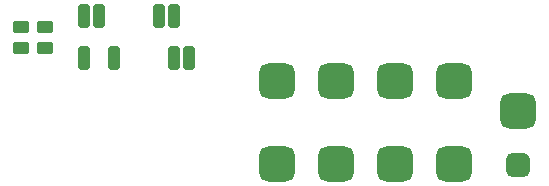
<source format=gts>
%TF.GenerationSoftware,KiCad,Pcbnew,(6.0.1)*%
%TF.CreationDate,2022-03-09T13:14:17-07:00*%
%TF.ProjectId,MShaw_4gbNandExtensionQSB_V2.6,4d536861-775f-4346-9762-4e616e644578,rev?*%
%TF.SameCoordinates,Original*%
%TF.FileFunction,Soldermask,Top*%
%TF.FilePolarity,Negative*%
%FSLAX46Y46*%
G04 Gerber Fmt 4.6, Leading zero omitted, Abs format (unit mm)*
G04 Created by KiCad (PCBNEW (6.0.1)) date 2022-03-09 13:14:17*
%MOMM*%
%LPD*%
G01*
G04 APERTURE LIST*
G04 Aperture macros list*
%AMRoundRect*
0 Rectangle with rounded corners*
0 $1 Rounding radius*
0 $2 $3 $4 $5 $6 $7 $8 $9 X,Y pos of 4 corners*
0 Add a 4 corners polygon primitive as box body*
4,1,4,$2,$3,$4,$5,$6,$7,$8,$9,$2,$3,0*
0 Add four circle primitives for the rounded corners*
1,1,$1+$1,$2,$3*
1,1,$1+$1,$4,$5*
1,1,$1+$1,$6,$7*
1,1,$1+$1,$8,$9*
0 Add four rect primitives between the rounded corners*
20,1,$1+$1,$2,$3,$4,$5,0*
20,1,$1+$1,$4,$5,$6,$7,0*
20,1,$1+$1,$6,$7,$8,$9,0*
20,1,$1+$1,$8,$9,$2,$3,0*%
G04 Aperture macros list end*
%ADD10RoundRect,0.250000X0.450000X-0.262500X0.450000X0.262500X-0.450000X0.262500X-0.450000X-0.262500X0*%
%ADD11RoundRect,0.250000X0.250000X-0.750000X0.250000X0.750000X-0.250000X0.750000X-0.250000X-0.750000X0*%
%ADD12RoundRect,0.750000X-0.750000X-0.750000X0.750000X-0.750000X0.750000X0.750000X-0.750000X0.750000X0*%
%ADD13RoundRect,0.500000X-0.500000X-0.500000X0.500000X-0.500000X0.500000X0.500000X-0.500000X0.500000X0*%
%ADD14RoundRect,0.750000X0.750000X-0.750000X0.750000X0.750000X-0.750000X0.750000X-0.750000X-0.750000X0*%
G04 APERTURE END LIST*
D10*
%TO.C,R1*%
X128260000Y-98212500D03*
X128260000Y-96387500D03*
%TD*%
D11*
%TO.C,J3*%
X131570000Y-95500000D03*
X132840000Y-95500000D03*
X137920000Y-95500000D03*
X139190000Y-95500000D03*
%TD*%
D12*
%TO.C,J5*%
X168310000Y-103550000D03*
D13*
X168310000Y-108090000D03*
%TD*%
D14*
%TO.C,J4*%
X147910000Y-108000000D03*
X147910000Y-101000000D03*
X152910000Y-108000000D03*
X152910000Y-101000000D03*
X157910000Y-108000000D03*
X157910000Y-101000000D03*
X162910000Y-108000000D03*
X162910000Y-101000000D03*
%TD*%
D10*
%TO.C,D1*%
X126260000Y-98212500D03*
X126260000Y-96387500D03*
%TD*%
D11*
%TO.C,J1*%
X131570000Y-99050000D03*
X134110000Y-99050000D03*
X139190000Y-99050000D03*
X140460000Y-99050000D03*
%TD*%
M02*

</source>
